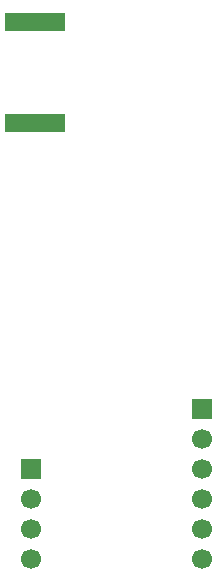
<source format=gbr>
%TF.GenerationSoftware,KiCad,Pcbnew,9.0.6*%
%TF.CreationDate,2026-01-14T21:48:58+07:00*%
%TF.ProjectId,Sensor,53656e73-6f72-42e6-9b69-6361645f7063,rev?*%
%TF.SameCoordinates,Original*%
%TF.FileFunction,Soldermask,Bot*%
%TF.FilePolarity,Negative*%
%FSLAX46Y46*%
G04 Gerber Fmt 4.6, Leading zero omitted, Abs format (unit mm)*
G04 Created by KiCad (PCBNEW 9.0.6) date 2026-01-14 21:48:58*
%MOMM*%
%LPD*%
G01*
G04 APERTURE LIST*
%ADD10R,5.080000X1.500000*%
%ADD11R,1.700000X1.700000*%
%ADD12C,1.700000*%
G04 APERTURE END LIST*
D10*
%TO.C,J31*%
X103062500Y-110350000D03*
X103062500Y-101850000D03*
%TD*%
D11*
%TO.C,J53*%
X117200000Y-134600000D03*
D12*
X117200000Y-137140000D03*
X117200000Y-139680000D03*
X117200000Y-142220000D03*
X117200000Y-144760000D03*
X117200000Y-147300000D03*
%TD*%
D11*
%TO.C,J52*%
X102715000Y-139690000D03*
D12*
X102715000Y-142230000D03*
X102715000Y-144770000D03*
X102715000Y-147310000D03*
%TD*%
M02*

</source>
